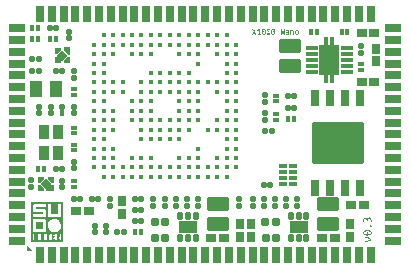
<source format=gts>
G04 Layer: TopSolderMaskLayer*
G04 EasyEDA v6.5.21, 2022-10-22 16:28:30*
G04 167bdced229c4b2ca01845534b4d4eab,294cf934c43b457281b0b0dcd80bbfec,10*
G04 Gerber Generator version 0.2*
G04 Scale: 100 percent, Rotated: No, Reflected: No *
G04 Dimensions in millimeters *
G04 leading zeros omitted , absolute positions ,4 integer and 5 decimal *
%FSLAX45Y45*%
%MOMM*%

%AMMACRO1*1,1,$1,$2,$3*1,1,$1,$4,$5*1,1,$1,0-$2,0-$3*1,1,$1,0-$4,0-$5*20,1,$1,$2,$3,$4,$5,0*20,1,$1,$4,$5,0-$2,0-$3,0*20,1,$1,0-$2,0-$3,0-$4,0-$5,0*20,1,$1,0-$4,0-$5,$2,$3,0*4,1,4,$2,$3,$4,$5,0-$2,0-$3,0-$4,0-$5,$2,$3,0*%
%AMMACRO2*4,1,5,-0.301,-0.2261,-0.301,-0.1041,0.0292,0.2261,0.301,0.2261,0.301,-0.2261,-0.301,-0.2261,0*%
%AMMACRO3*4,1,5,-0.2756,-0.2248,-0.2756,0.2248,0.2756,0.2248,0.2756,0.0546,-0.0038,-0.2248,-0.2756,-0.2248,0*%
%AMMACRO4*4,1,5,-0.2756,-0.2261,-0.2756,0.2261,-0.0038,0.2261,0.2756,-0.0533,0.2756,-0.2261,-0.2756,-0.2261,0*%
%AMMACRO5*4,1,5,0.0051,-0.2248,-0.2769,0.0546,-0.2769,0.2248,0.2769,0.2248,0.2769,-0.2248,0.0051,-0.2248,0*%
%AMMACRO6*4,1,5,0.1054,-0.301,-0.2248,0.0292,-0.2248,0.301,0.2248,0.301,0.2248,-0.301,0.1054,-0.301,0*%
%AMMACRO7*4,1,5,-0.2261,-0.2756,-0.2261,0.2756,-0.0533,0.2756,0.2261,-0.0038,0.2261,-0.2756,-0.2261,-0.2756,0*%
%AMMACRO8*4,1,5,-0.2248,-0.2756,-0.2248,-0.0038,0.0546,0.2756,0.2248,0.2756,0.2248,-0.2756,-0.2248,-0.2756,0*%
%AMMACRO9*4,1,5,-0.2261,-0.2756,-0.2261,0.2756,0.2261,0.2756,0.2261,0.0038,-0.0533,-0.2756,-0.2261,-0.2756,0*%
%AMMACRO10*4,1,20,-0.4394,-1.9507,-0.4394,-1.2497,-0.8763,-1.2497,-0.8763,1.2497,-0.4394,1.2497,-0.4394,1.9507,-0.0584,1.9507,-0.0584,1.2497,0.0584,1.2497,0.0584,1.9507,0.442,1.9507,0.442,1.2497,0.8763,1.2497,0.8763,-1.2497,0.442,-1.2497,0.442,-1.9507,0.0584,-1.9507,0.0584,-1.2497,-0.0584,-1.2497,-0.0584,-1.9507,-0.4394,-1.9507,0*%
%ADD10MACRO1,0.1016X0.4X-0.5X0.4X0.5*%
%ADD11MACRO1,0.1016X-0.4X-0.5X-0.4X0.5*%
%ADD12MACRO1,0.1016X-0.4X0.5X-0.4X-0.5*%
%ADD13MACRO1,0.1016X0.4X0.5X0.4X-0.5*%
%ADD14MACRO2*%
%ADD15MACRO3*%
%ADD16MACRO4*%
%ADD17MACRO5*%
%ADD18MACRO1,0.1016X0X-0.3535X-0.3535X0*%
%ADD19MACRO6*%
%ADD20MACRO7*%
%ADD21MACRO8*%
%ADD22MACRO9*%
%ADD23MACRO1,0.1016X0.3535X0X0X-0.3535*%
%ADD24MACRO1,0.1016X0.395X0.27X0.395X-0.27*%
%ADD25MACRO1,0.1016X-0.395X0.27X-0.395X-0.27*%
%ADD26MACRO1,0.1016X0.27X-0.395X-0.27X-0.395*%
%ADD27MACRO1,0.1016X0.27X0.395X-0.27X0.395*%
%ADD28MACRO1,0.1016X-0.395X-0.27X-0.395X0.27*%
%ADD29MACRO1,0.1016X0.395X-0.27X0.395X0.27*%
%ADD30MACRO1,0.1016X0.162X-0.1842X-0.162X-0.1842*%
%ADD31MACRO1,0.1016X0.162X0.1842X-0.162X0.1842*%
%ADD32MACRO1,0.1016X0.1842X0.162X0.1842X-0.162*%
%ADD33MACRO1,0.1016X-0.1842X0.162X-0.1842X-0.162*%
%ADD34MACRO1,0.1016X-0.1842X-0.162X-0.1842X0.162*%
%ADD35MACRO1,0.1016X0.1842X-0.162X0.1842X0.162*%
%ADD36MACRO1,0.1016X-0.1516X-0.162X-0.1516X0.162*%
%ADD37MACRO1,0.1016X0.1516X-0.162X0.1516X0.162*%
%ADD38MACRO1,0.1016X0.1516X0.162X0.1516X-0.162*%
%ADD39MACRO1,0.1016X-0.1516X0.162X-0.1516X-0.162*%
%ADD40MACRO1,0.1016X0.162X-0.1516X-0.162X-0.1516*%
%ADD41MACRO1,0.1016X0.162X0.1516X-0.162X0.1516*%
%ADD42MACRO1,0.1016X0.4625X-0.65X0.4625X0.65*%
%ADD43MACRO1,0.1016X-0.4625X-0.65X-0.4625X0.65*%
%ADD44MACRO1,0.1016X-0.162X0.1842X0.162X0.1842*%
%ADD45MACRO1,0.1016X-0.162X-0.1842X0.162X-0.1842*%
%ADD46MACRO1,0.1016X-0.1843X0.162X-0.1843X-0.162*%
%ADD47MACRO1,0.1016X-0.162X0.1516X0.162X0.1516*%
%ADD48MACRO1,0.1016X-0.162X-0.1516X0.162X-0.1516*%
%ADD49R,0.4256X0.4700*%
%ADD50MACRO1,0.1016X0.86X0.5X0.86X-0.5*%
%ADD51MACRO1,0.1016X-0.2828X-0.27X-0.2828X0.27*%
%ADD52MACRO1,0.1016X0.2828X-0.27X0.2828X0.27*%
%ADD53MACRO1,0.1016X0.2828X0.27X0.2828X-0.27*%
%ADD54MACRO1,0.1016X-0.2828X0.27X-0.2828X-0.27*%
%ADD55C,0.4401*%
%ADD56C,0.4400*%
%ADD57MACRO10*%
%ADD58MACRO1,0.1016X-0.425X-0.14X-0.425X0.14*%
%ADD59MACRO1,0.1016X0.425X0.14X0.425X-0.14*%
%ADD60MACRO1,0.1016X-0.175X0.25X0.175X0.25*%
%ADD61MACRO1,0.1016X-0.7249X0.4249X0.7249X0.4249*%
%ADD62MACRO1,0.1016X-0.2525X-0.15X0.2525X-0.15*%
%ADD63MACRO1,0.1016X0.2525X-0.15X-0.2525X-0.15*%
%ADD64MACRO1,0.1016X-0.3X0.6X0.3X0.6*%
%ADD65MACRO1,0.1016X-2.15X-1.7X-2.15X1.7*%
%ADD66MACRO1,0.1016X-0.6X-0.3X-0.6X0.3*%
%ADD67MACRO1,0.1016X0.3X-0.6X-0.3X-0.6*%
%ADD68C,0.0175*%

%LPD*%
G36*
X-399389Y-370687D02*
G01*
X-399389Y-501243D01*
X-383438Y-501243D01*
X-383438Y-471474D01*
X-299008Y-471474D01*
X-299008Y-457758D01*
X-383438Y-457758D01*
X-383438Y-397967D01*
X-372211Y-386740D01*
X-226009Y-386740D01*
X-226009Y-471474D01*
X-171246Y-471474D01*
X-171246Y-386740D01*
X-141579Y-386740D01*
X-141579Y-490016D01*
X-152755Y-501243D01*
X-245668Y-501243D01*
X-255676Y-491896D01*
X-255676Y-386740D01*
X-269341Y-386740D01*
X-269341Y-416509D01*
X-353771Y-416509D01*
X-353771Y-430225D01*
X-276453Y-430225D01*
X-269341Y-440435D01*
X-269341Y-490677D01*
X-279247Y-501243D01*
X-399389Y-501243D01*
X-399389Y-515010D01*
X-278485Y-515010D01*
X-269341Y-524154D01*
X-269341Y-566013D01*
X-256235Y-566013D01*
X-248767Y-543509D01*
X-234289Y-525881D01*
X-211175Y-514756D01*
X-180695Y-516686D01*
X-160629Y-528472D01*
X-148082Y-546608D01*
X-141528Y-568604D01*
X-146050Y-593394D01*
X-161188Y-614527D01*
X-185420Y-627227D01*
X-211175Y-627126D01*
X-221437Y-622503D01*
X-226009Y-620217D01*
X-230276Y-617626D01*
X-234238Y-614832D01*
X-237845Y-611733D01*
X-241147Y-608431D01*
X-244094Y-604774D01*
X-246786Y-600913D01*
X-253644Y-588010D01*
X-256235Y-566013D01*
X-269341Y-566013D01*
X-269341Y-617575D01*
X-278079Y-628396D01*
X-383438Y-629869D01*
X-383438Y-515010D01*
X-399389Y-515010D01*
X-399389Y-640994D01*
X-141579Y-640994D01*
X-141579Y-698246D01*
X-383438Y-698246D01*
X-383438Y-640994D01*
X-399389Y-640994D01*
X-399389Y-714298D01*
X-125577Y-714298D01*
X-125577Y-370687D01*
G37*
G36*
X-353771Y-542493D02*
G01*
X-353771Y-599744D01*
X-299008Y-599744D01*
X-299008Y-542493D01*
G37*
G36*
X-374294Y-645566D02*
G01*
X-374294Y-695960D01*
X-365150Y-695960D01*
X-365150Y-654761D01*
X-358343Y-654761D01*
X-358343Y-695960D01*
X-349199Y-695960D01*
X-349199Y-654761D01*
X-342341Y-654761D01*
X-342341Y-695960D01*
X-333248Y-695960D01*
X-333248Y-645566D01*
G37*
G36*
X-297484Y-645566D02*
G01*
X-306527Y-646023D01*
X-309626Y-646531D01*
X-311150Y-647090D01*
X-312674Y-648614D01*
X-312674Y-654761D01*
X-296722Y-654761D01*
X-296722Y-663651D01*
X-301294Y-666445D01*
X-301294Y-654761D01*
X-312674Y-654761D01*
X-312674Y-695960D01*
X-301294Y-695960D01*
X-301294Y-675335D01*
X-296722Y-675335D01*
X-296722Y-695960D01*
X-285292Y-695960D01*
X-285292Y-645566D01*
G37*
G36*
X-264769Y-645566D02*
G01*
X-264769Y-695960D01*
X-255676Y-695960D01*
X-255320Y-678789D01*
X-249580Y-694842D01*
X-239674Y-696315D01*
X-239674Y-694232D01*
X-240792Y-689610D01*
X-247091Y-670306D01*
X-241096Y-650748D01*
X-239217Y-645566D01*
X-248818Y-645566D01*
X-255270Y-660450D01*
X-255676Y-645566D01*
G37*
G36*
X-219151Y-645566D02*
G01*
X-219151Y-695960D01*
X-196342Y-695960D01*
X-196342Y-684530D01*
X-210007Y-684530D01*
X-210007Y-677773D01*
X-196342Y-670661D01*
X-196342Y-661619D01*
X-198780Y-661619D01*
X-201777Y-662330D01*
X-205587Y-664006D01*
X-210007Y-666343D01*
X-210007Y-654761D01*
X-196342Y-654761D01*
X-196342Y-645566D01*
G37*
G36*
X-175818Y-645566D02*
G01*
X-175818Y-654761D01*
X-159816Y-654761D01*
X-159816Y-663397D01*
X-166674Y-666038D01*
X-166674Y-654761D01*
X-175818Y-654761D01*
X-175818Y-695960D01*
X-166928Y-695960D01*
X-165506Y-674217D01*
X-158343Y-694842D01*
X-150012Y-695960D01*
X-148793Y-694994D01*
X-149555Y-691286D01*
X-155803Y-672693D01*
X-150672Y-667562D01*
X-150672Y-645566D01*
G37*
G36*
X2467051Y-502716D02*
G01*
X2463546Y-502970D01*
X2460396Y-503682D01*
X2457551Y-504850D01*
X2455113Y-506526D01*
X2453132Y-508609D01*
X2451506Y-510844D01*
X2450185Y-513181D01*
X2449271Y-515670D01*
X2448153Y-513638D01*
X2446782Y-511759D01*
X2443429Y-508558D01*
X2441498Y-507339D01*
X2439365Y-506476D01*
X2436926Y-505968D01*
X2434285Y-505764D01*
X2430576Y-506069D01*
X2427173Y-507034D01*
X2424226Y-508457D01*
X2421585Y-510590D01*
X2419502Y-513435D01*
X2417775Y-516940D01*
X2416810Y-521208D01*
X2416505Y-526338D01*
X2416606Y-529082D01*
X2417470Y-534162D01*
X2419146Y-538784D01*
X2420924Y-542340D01*
X2421839Y-543610D01*
X2428697Y-540054D01*
X2425903Y-534466D01*
X2424938Y-530860D01*
X2424633Y-526592D01*
X2424785Y-524357D01*
X2425192Y-522274D01*
X2425903Y-520293D01*
X2426919Y-518464D01*
X2428240Y-516940D01*
X2430018Y-515823D01*
X2432202Y-515162D01*
X2434793Y-514908D01*
X2438044Y-515315D01*
X2440635Y-516432D01*
X2442464Y-517906D01*
X2443937Y-519734D01*
X2445004Y-522071D01*
X2445715Y-524560D01*
X2446223Y-529640D01*
X2446223Y-532688D01*
X2453589Y-532688D01*
X2453640Y-528675D01*
X2453995Y-525221D01*
X2454656Y-521970D01*
X2455672Y-519023D01*
X2457196Y-516483D01*
X2459228Y-514451D01*
X2461768Y-512978D01*
X2464968Y-512216D01*
X2466797Y-512114D01*
X2469540Y-512368D01*
X2472080Y-513029D01*
X2474264Y-514146D01*
X2476195Y-515670D01*
X2477617Y-517906D01*
X2478684Y-520700D01*
X2479294Y-524103D01*
X2479446Y-530809D01*
X2478938Y-535533D01*
X2477871Y-539292D01*
X2476195Y-543102D01*
X2484069Y-544880D01*
X2485085Y-542340D01*
X2486355Y-538276D01*
X2487117Y-533196D01*
X2487625Y-527862D01*
X2487218Y-521766D01*
X2486101Y-516686D01*
X2484272Y-512318D01*
X2483104Y-510438D01*
X2480310Y-507390D01*
X2477008Y-505104D01*
X2473248Y-503580D01*
X2469184Y-502818D01*
G37*
G36*
X2479243Y-570788D02*
G01*
X2477516Y-570941D01*
X2475941Y-571347D01*
X2473147Y-573074D01*
X2472029Y-574192D01*
X2471216Y-575564D01*
X2470759Y-577138D01*
X2470607Y-578916D01*
X2470759Y-580644D01*
X2471216Y-582168D01*
X2472029Y-583539D01*
X2473147Y-584758D01*
X2474468Y-585774D01*
X2475941Y-586486D01*
X2477516Y-586892D01*
X2479243Y-587044D01*
X2480818Y-586892D01*
X2482342Y-586486D01*
X2483764Y-585774D01*
X2485085Y-584758D01*
X2486812Y-582168D01*
X2487218Y-580644D01*
X2487371Y-578916D01*
X2487218Y-577138D01*
X2486812Y-575564D01*
X2486050Y-574192D01*
X2485085Y-573074D01*
X2482342Y-571347D01*
X2480818Y-570941D01*
G37*
G36*
X2452065Y-611428D02*
G01*
X2436825Y-612902D01*
X2425649Y-617270D01*
X2421636Y-620522D01*
X2418791Y-624332D01*
X2417064Y-628751D01*
X2416505Y-633780D01*
X2424633Y-633780D01*
X2424734Y-632053D01*
X2425750Y-629005D01*
X2426665Y-627684D01*
X2429306Y-625398D01*
X2432761Y-623620D01*
X2436825Y-622300D01*
X2441397Y-621334D01*
X2452065Y-620826D01*
X2462733Y-621334D01*
X2467406Y-622300D01*
X2471369Y-623620D01*
X2474772Y-625398D01*
X2477465Y-627684D01*
X2478989Y-630478D01*
X2479497Y-633780D01*
X2478989Y-637286D01*
X2478328Y-638810D01*
X2477465Y-640130D01*
X2474772Y-642416D01*
X2471369Y-644194D01*
X2467406Y-645515D01*
X2462733Y-646480D01*
X2457500Y-646887D01*
X2449271Y-646988D01*
X2443937Y-646734D01*
X2439060Y-646074D01*
X2434742Y-644906D01*
X2430932Y-643382D01*
X2427884Y-641350D01*
X2426665Y-640130D01*
X2425750Y-638810D01*
X2424734Y-635609D01*
X2424633Y-633780D01*
X2416505Y-633780D01*
X2417064Y-638911D01*
X2418791Y-643432D01*
X2421636Y-647293D01*
X2425649Y-650544D01*
X2436825Y-654913D01*
X2452065Y-656386D01*
X2467305Y-654913D01*
X2478481Y-650544D01*
X2482494Y-647293D01*
X2485339Y-643432D01*
X2487066Y-638911D01*
X2487625Y-633780D01*
X2487066Y-628751D01*
X2485339Y-624332D01*
X2482494Y-620522D01*
X2478481Y-617270D01*
X2467305Y-612902D01*
G37*
G36*
X2450795Y-627430D02*
G01*
X2449423Y-627532D01*
X2446883Y-628446D01*
X2445715Y-629208D01*
X2444800Y-630174D01*
X2443784Y-632460D01*
X2443784Y-635101D01*
X2444800Y-637387D01*
X2445715Y-638352D01*
X2446883Y-639165D01*
X2449423Y-640029D01*
X2452268Y-640029D01*
X2454808Y-639165D01*
X2456738Y-637387D01*
X2457399Y-636320D01*
X2457907Y-633780D01*
X2457399Y-631240D01*
X2455875Y-629208D01*
X2453589Y-627888D01*
X2452268Y-627532D01*
G37*
G36*
X2435047Y-664768D02*
G01*
X2435047Y-674166D01*
X2445461Y-677214D01*
X2456129Y-681024D01*
X2468981Y-686104D01*
X2475433Y-688898D01*
X2471318Y-690880D01*
X2461412Y-694690D01*
X2448102Y-699312D01*
X2435047Y-703122D01*
X2435047Y-713028D01*
X2449220Y-708660D01*
X2462733Y-703630D01*
X2475179Y-698500D01*
X2486101Y-693216D01*
X2486101Y-685088D01*
X2475179Y-679754D01*
X2452674Y-670509D01*
G37*
G36*
X1574952Y1095705D02*
G01*
X1571244Y1095248D01*
X1567942Y1093978D01*
X1565148Y1091844D01*
X1562760Y1088847D01*
X1560880Y1085189D01*
X1559509Y1080770D01*
X1558696Y1075639D01*
X1558442Y1069797D01*
X1565300Y1069797D01*
X1565402Y1073708D01*
X1565808Y1077417D01*
X1566468Y1080922D01*
X1567332Y1083767D01*
X1568602Y1086256D01*
X1570380Y1088085D01*
X1572412Y1089406D01*
X1573631Y1089761D01*
X1576171Y1089761D01*
X1578356Y1088847D01*
X1580235Y1087221D01*
X1581759Y1085088D01*
X1582877Y1082395D01*
X1583639Y1079246D01*
X1584248Y1073708D01*
X1584248Y1065784D01*
X1583639Y1060196D01*
X1582877Y1056995D01*
X1581759Y1054354D01*
X1580235Y1052169D01*
X1578356Y1050594D01*
X1577289Y1050086D01*
X1574952Y1049731D01*
X1572412Y1050086D01*
X1570380Y1051255D01*
X1568602Y1053236D01*
X1567332Y1055573D01*
X1566468Y1058570D01*
X1565808Y1061923D01*
X1565300Y1069797D01*
X1558442Y1069797D01*
X1558696Y1063904D01*
X1559509Y1058722D01*
X1560880Y1054252D01*
X1562760Y1050493D01*
X1565148Y1047597D01*
X1567942Y1045514D01*
X1571244Y1044295D01*
X1574952Y1043889D01*
X1578559Y1044295D01*
X1581759Y1045514D01*
X1584502Y1047597D01*
X1586890Y1050493D01*
X1588770Y1054252D01*
X1590141Y1058722D01*
X1590954Y1063904D01*
X1591208Y1069797D01*
X1590954Y1075639D01*
X1590141Y1080770D01*
X1588770Y1085189D01*
X1586890Y1088847D01*
X1584502Y1091844D01*
X1581759Y1093978D01*
X1578559Y1095248D01*
G37*
G36*
X1614830Y1095705D02*
G01*
X1611122Y1095248D01*
X1607921Y1093978D01*
X1605178Y1091844D01*
X1602892Y1088847D01*
X1601012Y1085189D01*
X1599641Y1080770D01*
X1598828Y1075639D01*
X1598574Y1069797D01*
X1605178Y1069797D01*
X1605686Y1077417D01*
X1606296Y1080922D01*
X1607210Y1083767D01*
X1608632Y1086256D01*
X1610258Y1088085D01*
X1612290Y1089406D01*
X1613509Y1089761D01*
X1616151Y1089761D01*
X1618437Y1088847D01*
X1620266Y1087221D01*
X1621790Y1085088D01*
X1622907Y1082395D01*
X1623669Y1079246D01*
X1624177Y1075588D01*
X1624431Y1071778D01*
X1624431Y1067765D01*
X1623974Y1061923D01*
X1623364Y1058570D01*
X1622450Y1055573D01*
X1621028Y1053236D01*
X1619402Y1051255D01*
X1617370Y1050086D01*
X1614830Y1049731D01*
X1612290Y1050086D01*
X1610258Y1051255D01*
X1608632Y1053236D01*
X1607210Y1055573D01*
X1606296Y1058570D01*
X1605686Y1061923D01*
X1605178Y1069797D01*
X1598574Y1069797D01*
X1598828Y1063904D01*
X1599641Y1058722D01*
X1601012Y1054252D01*
X1602892Y1050493D01*
X1605178Y1047597D01*
X1607921Y1045514D01*
X1611122Y1044295D01*
X1614830Y1043889D01*
X1618538Y1044295D01*
X1621790Y1045514D01*
X1624634Y1047597D01*
X1627022Y1050493D01*
X1628800Y1054252D01*
X1630070Y1058722D01*
X1630832Y1063904D01*
X1631086Y1069797D01*
X1630832Y1075639D01*
X1630070Y1080770D01*
X1628800Y1085189D01*
X1627022Y1088847D01*
X1624634Y1091844D01*
X1621790Y1093978D01*
X1618538Y1095248D01*
G37*
G36*
X1654708Y1095705D02*
G01*
X1651101Y1095248D01*
X1647901Y1093978D01*
X1645157Y1091844D01*
X1642770Y1088847D01*
X1640890Y1085189D01*
X1639519Y1080770D01*
X1638706Y1075639D01*
X1638452Y1069797D01*
X1645310Y1069797D01*
X1645412Y1073708D01*
X1646021Y1079246D01*
X1646783Y1082395D01*
X1647901Y1085088D01*
X1649425Y1087221D01*
X1651304Y1088847D01*
X1653489Y1089761D01*
X1656029Y1089761D01*
X1658315Y1088847D01*
X1660245Y1087221D01*
X1661769Y1085088D01*
X1662887Y1082395D01*
X1663649Y1079246D01*
X1664207Y1073708D01*
X1664360Y1069797D01*
X1663852Y1061923D01*
X1663344Y1058570D01*
X1662328Y1055573D01*
X1661058Y1053236D01*
X1659280Y1051255D01*
X1657248Y1050086D01*
X1654708Y1049731D01*
X1652371Y1050086D01*
X1650390Y1051255D01*
X1648612Y1053236D01*
X1647342Y1055573D01*
X1646326Y1058570D01*
X1645818Y1061923D01*
X1645310Y1069797D01*
X1638452Y1069797D01*
X1638706Y1063904D01*
X1639519Y1058722D01*
X1640890Y1054252D01*
X1642770Y1050493D01*
X1645157Y1047597D01*
X1647901Y1045514D01*
X1651101Y1044295D01*
X1654708Y1043889D01*
X1658416Y1044295D01*
X1661718Y1045514D01*
X1664512Y1047597D01*
X1666900Y1050493D01*
X1668780Y1054252D01*
X1670151Y1058722D01*
X1670964Y1063904D01*
X1671218Y1069797D01*
X1670964Y1075639D01*
X1670151Y1080770D01*
X1668780Y1085189D01*
X1666900Y1088847D01*
X1664512Y1091844D01*
X1661718Y1093978D01*
X1658416Y1095248D01*
G37*
G36*
X1477670Y1094435D02*
G01*
X1490624Y1071067D01*
X1486662Y1064564D01*
X1483004Y1057859D01*
X1476908Y1044905D01*
X1484020Y1044905D01*
X1489100Y1056335D01*
X1491894Y1061770D01*
X1494688Y1066495D01*
X1497990Y1061161D01*
X1501698Y1053896D01*
X1505610Y1044905D01*
X1512722Y1044905D01*
X1509725Y1051712D01*
X1502765Y1065022D01*
X1499006Y1071321D01*
X1512214Y1094435D01*
X1505102Y1094435D01*
X1494688Y1075385D01*
X1485036Y1094435D01*
G37*
G36*
X1535836Y1094435D02*
G01*
X1532432Y1090980D01*
X1528724Y1088339D01*
X1524863Y1086053D01*
X1520850Y1084275D01*
X1522882Y1079195D01*
X1529892Y1082344D01*
X1534058Y1085291D01*
X1534058Y1050493D01*
X1523136Y1050493D01*
X1523136Y1044905D01*
X1549806Y1044905D01*
X1549806Y1050493D01*
X1540408Y1050493D01*
X1540408Y1094435D01*
G37*
G36*
X1719224Y1094435D02*
G01*
X1719224Y1044905D01*
X1725320Y1044905D01*
X1725320Y1084529D01*
X1729638Y1076147D01*
X1738528Y1057097D01*
X1743608Y1044905D01*
X1750466Y1044905D01*
X1750466Y1094435D01*
X1744370Y1094435D01*
X1744370Y1056335D01*
X1736242Y1075385D01*
X1731670Y1084021D01*
X1725828Y1094435D01*
G37*
G36*
X1774596Y1083005D02*
G01*
X1767738Y1082497D01*
X1765147Y1081938D01*
X1763420Y1081227D01*
X1764182Y1075893D01*
X1767992Y1076909D01*
X1774088Y1077417D01*
X1776425Y1077214D01*
X1778406Y1076655D01*
X1779981Y1075740D01*
X1781200Y1074623D01*
X1782013Y1073302D01*
X1782825Y1070102D01*
X1782978Y1066749D01*
X1779168Y1067308D01*
X1775358Y1067511D01*
X1769516Y1067003D01*
X1766824Y1066088D01*
X1764436Y1064971D01*
X1762404Y1063447D01*
X1760880Y1061415D01*
X1759712Y1058926D01*
X1759356Y1056081D01*
X1766214Y1056081D01*
X1766417Y1057656D01*
X1766976Y1058875D01*
X1769262Y1060907D01*
X1771548Y1061770D01*
X1776120Y1062177D01*
X1780793Y1061770D01*
X1782978Y1061161D01*
X1782978Y1050239D01*
X1779676Y1049731D01*
X1773326Y1049782D01*
X1770024Y1050442D01*
X1768754Y1051001D01*
X1767636Y1051864D01*
X1766824Y1053033D01*
X1766366Y1054404D01*
X1766214Y1056081D01*
X1759356Y1056081D01*
X1759712Y1052626D01*
X1760880Y1049985D01*
X1762404Y1047953D01*
X1764436Y1046429D01*
X1766824Y1045362D01*
X1769516Y1044651D01*
X1772361Y1044244D01*
X1777390Y1044143D01*
X1781302Y1044397D01*
X1789328Y1045667D01*
X1789277Y1070254D01*
X1788922Y1073200D01*
X1788210Y1075842D01*
X1787093Y1077976D01*
X1785315Y1079906D01*
X1783029Y1081430D01*
X1780133Y1082446D01*
X1776577Y1082954D01*
G37*
G36*
X1854860Y1083005D02*
G01*
X1851253Y1082598D01*
X1848002Y1081481D01*
X1845157Y1079906D01*
X1842668Y1077671D01*
X1840839Y1074877D01*
X1839366Y1071575D01*
X1838401Y1067765D01*
X1838096Y1063447D01*
X1844954Y1063447D01*
X1845106Y1066444D01*
X1845614Y1069086D01*
X1846376Y1071372D01*
X1847494Y1073353D01*
X1849018Y1075029D01*
X1850745Y1076198D01*
X1852675Y1076909D01*
X1854860Y1077163D01*
X1857044Y1076909D01*
X1858975Y1076198D01*
X1860702Y1075029D01*
X1862226Y1073353D01*
X1863343Y1071372D01*
X1864156Y1069086D01*
X1864614Y1066444D01*
X1864766Y1063447D01*
X1864614Y1060551D01*
X1864106Y1057910D01*
X1863343Y1055573D01*
X1862226Y1053541D01*
X1860702Y1051966D01*
X1858975Y1050848D01*
X1857044Y1050188D01*
X1854860Y1049985D01*
X1852675Y1050188D01*
X1850745Y1050848D01*
X1849018Y1051966D01*
X1847494Y1053541D01*
X1846376Y1055573D01*
X1845614Y1057910D01*
X1845106Y1060551D01*
X1844954Y1063447D01*
X1838096Y1063447D01*
X1838401Y1059332D01*
X1839366Y1055573D01*
X1840839Y1052271D01*
X1842668Y1049477D01*
X1845157Y1047191D01*
X1848002Y1045413D01*
X1851253Y1044448D01*
X1854860Y1044143D01*
X1858314Y1044448D01*
X1861464Y1045413D01*
X1864461Y1047191D01*
X1866798Y1049477D01*
X1868830Y1052271D01*
X1870354Y1055573D01*
X1871319Y1059332D01*
X1871624Y1063447D01*
X1871319Y1067765D01*
X1870354Y1071575D01*
X1868830Y1074877D01*
X1866798Y1077671D01*
X1864461Y1079906D01*
X1861464Y1081481D01*
X1858314Y1082598D01*
G37*
G36*
X1814474Y1082751D02*
G01*
X1807616Y1082497D01*
X1800504Y1080973D01*
X1800504Y1044905D01*
X1807108Y1044905D01*
X1807108Y1076401D01*
X1810664Y1076909D01*
X1816709Y1076756D01*
X1818386Y1076350D01*
X1819757Y1075436D01*
X1820925Y1074166D01*
X1821789Y1072388D01*
X1822450Y1070102D01*
X1822805Y1067155D01*
X1822856Y1044905D01*
X1829460Y1044905D01*
X1829460Y1066749D01*
X1829206Y1070660D01*
X1828495Y1073962D01*
X1827326Y1076756D01*
X1825650Y1078941D01*
X1823516Y1080617D01*
X1820925Y1081786D01*
X1817928Y1082497D01*
G37*
G36*
X1574952Y1075893D02*
G01*
X1573123Y1075486D01*
X1571650Y1074369D01*
X1570685Y1072540D01*
X1570380Y1070559D01*
X1570685Y1068628D01*
X1571650Y1067003D01*
X1573123Y1065834D01*
X1574952Y1065479D01*
X1576781Y1065834D01*
X1578254Y1067003D01*
X1579219Y1068628D01*
X1579524Y1070559D01*
X1579219Y1072540D01*
X1578254Y1074369D01*
X1576781Y1075486D01*
G37*
G36*
X1615084Y1075893D02*
G01*
X1613052Y1075486D01*
X1611528Y1074369D01*
X1610563Y1072540D01*
X1610258Y1070559D01*
X1610563Y1068628D01*
X1611528Y1067003D01*
X1613052Y1065834D01*
X1615084Y1065479D01*
X1616862Y1065834D01*
X1618132Y1067003D01*
X1619097Y1068628D01*
X1619402Y1070559D01*
X1619097Y1072540D01*
X1618132Y1074369D01*
X1616862Y1075486D01*
G37*
G36*
X1654962Y1075893D02*
G01*
X1653133Y1075486D01*
X1651660Y1074369D01*
X1650695Y1072540D01*
X1650390Y1070559D01*
X1650695Y1068628D01*
X1651660Y1067003D01*
X1653133Y1065834D01*
X1654962Y1065479D01*
X1656791Y1065834D01*
X1658264Y1067003D01*
X1659229Y1068628D01*
X1659534Y1070559D01*
X1659229Y1072540D01*
X1658264Y1074369D01*
X1656791Y1075486D01*
G37*
G36*
X-432663Y-740105D02*
G01*
X-432663Y-790041D01*
X-382676Y-790041D01*
G37*
D10*
G01*
X-285165Y219923D03*
D11*
G01*
X-285150Y39938D03*
D12*
G01*
X-165160Y39949D03*
D13*
G01*
X-165176Y219933D03*
D14*
G01*
X-232597Y-252536D03*
D15*
G01*
X-310067Y-182559D03*
D16*
G01*
X-310067Y-252536D03*
D17*
G01*
X-230184Y-182559D03*
D18*
G01*
X-270177Y-217576D03*
D19*
G01*
X-95183Y904814D03*
D20*
G01*
X-165160Y827344D03*
D21*
G01*
X-95183Y827344D03*
D22*
G01*
X-165160Y907354D03*
D23*
G01*
X-130152Y867420D03*
D24*
G01*
X2314491Y-400110D03*
D25*
G01*
X2423502Y-400110D03*
D24*
G01*
X1129581Y-675192D03*
D25*
G01*
X1238592Y-675192D03*
D26*
G01*
X2521397Y926934D03*
D27*
G01*
X2521397Y817923D03*
D28*
G01*
X2510878Y1057341D03*
D29*
G01*
X2401867Y1057341D03*
D26*
G01*
X2303973Y-555663D03*
D27*
G01*
X2303973Y-664674D03*
D24*
G01*
X-15450Y-452434D03*
D25*
G01*
X93560Y-452434D03*
D26*
G01*
X375000Y-367992D03*
D27*
G01*
X375000Y-477004D03*
D28*
G01*
X2510878Y640019D03*
D29*
G01*
X2401867Y640019D03*
D24*
G01*
X2064555Y-675192D03*
D25*
G01*
X2173566Y-675192D03*
D26*
G01*
X1469075Y-555663D03*
D27*
G01*
X1469075Y-664674D03*
D26*
G01*
X1368999Y-555663D03*
D27*
G01*
X1368999Y-664674D03*
D30*
G01*
X-325163Y434858D03*
D31*
G01*
X-325163Y380014D03*
D32*
G01*
X-238429Y1104935D03*
D33*
G01*
X-183586Y1104935D03*
D34*
G01*
X-132742Y-92562D03*
D35*
G01*
X-187586Y-92562D03*
D34*
G01*
X-332742Y737435D03*
D35*
G01*
X-387586Y737435D03*
D34*
G01*
X-332742Y837432D03*
D35*
G01*
X-387586Y837432D03*
D36*
G01*
X-336849Y1009937D03*
D37*
G01*
X-385160Y1009937D03*
D38*
G01*
X-232663Y1009934D03*
D39*
G01*
X-184353Y1009934D03*
D36*
G01*
X-286009Y-92562D03*
D37*
G01*
X-334319Y-92562D03*
D40*
G01*
X-32664Y256590D03*
D41*
G01*
X-32664Y208280D03*
D40*
G01*
X-32664Y114089D03*
D41*
G01*
X-32664Y65778D03*
D40*
G01*
X-32664Y581591D03*
D41*
G01*
X-32664Y533280D03*
D42*
G01*
X-353909Y584934D03*
D43*
G01*
X-181410Y584934D03*
D44*
G01*
X-76006Y1012515D03*
D45*
G01*
X-76006Y1067358D03*
D32*
G01*
X-187586Y737435D03*
D33*
G01*
X-132742Y737435D03*
D36*
G01*
X-336849Y1104935D03*
D37*
G01*
X-385160Y1104935D03*
D38*
G01*
X487337Y-630059D03*
D39*
G01*
X535647Y-630059D03*
D32*
G01*
X1586571Y224937D03*
D46*
G01*
X1641419Y224937D03*
D38*
G01*
X1782335Y327439D03*
D39*
G01*
X1830646Y327439D03*
D47*
G01*
X-32664Y-244218D03*
D48*
G01*
X-32664Y-195907D03*
D47*
G01*
X1681490Y480781D03*
D48*
G01*
X1681490Y529092D03*
D47*
G01*
X1681490Y325782D03*
D48*
G01*
X1681490Y374093D03*
D38*
G01*
X2234834Y1067437D03*
D39*
G01*
X2283145Y1067437D03*
D38*
G01*
X1974834Y1067437D03*
D39*
G01*
X2023145Y1067437D03*
D47*
G01*
X2393988Y745782D03*
D48*
G01*
X2393988Y794092D03*
D34*
G01*
X1628923Y-230070D03*
D35*
G01*
X1574079Y-230070D03*
D30*
G01*
X1669003Y-347644D03*
D31*
G01*
X1669003Y-402489D03*
D30*
G01*
X1586491Y377344D03*
D31*
G01*
X1586491Y322501D03*
D30*
G01*
X1763991Y-347654D03*
D31*
G01*
X1763991Y-402498D03*
D30*
G01*
X2393988Y947359D03*
D31*
G01*
X2393988Y892515D03*
D30*
G01*
X1478991Y-347654D03*
D31*
G01*
X1478991Y-402498D03*
D44*
G01*
X1573992Y-402498D03*
D45*
G01*
X1573992Y-347654D03*
D30*
G01*
X1858990Y-347654D03*
D31*
G01*
X1858990Y-402498D03*
D32*
G01*
X-35928Y-345061D03*
D33*
G01*
X18915Y-345061D03*
D30*
G01*
X1586491Y532343D03*
D31*
G01*
X1586491Y477499D03*
D44*
G01*
X269999Y-402422D03*
D45*
G01*
X269999Y-347578D03*
D44*
G01*
X-32664Y-87485D03*
D45*
G01*
X-32664Y-32641D03*
D44*
G01*
X-32664Y380014D03*
D45*
G01*
X-32664Y434858D03*
D30*
G01*
X-130164Y434858D03*
D49*
G01*
X-130159Y380024D03*
D44*
G01*
X-227662Y380014D03*
D45*
G01*
X-227662Y434858D03*
D30*
G01*
X142499Y-572576D03*
D31*
G01*
X142499Y-627420D03*
D32*
G01*
X484070Y-535061D03*
D33*
G01*
X538914Y-535061D03*
D44*
G01*
X237500Y-627420D03*
D45*
G01*
X237500Y-572576D03*
D30*
G01*
X-32664Y734857D03*
D31*
G01*
X-32664Y680013D03*
D34*
G01*
X173929Y-345069D03*
D35*
G01*
X119085Y-345069D03*
D32*
G01*
X335076Y-629998D03*
D33*
G01*
X389920Y-629998D03*
D30*
G01*
X1018992Y-347654D03*
D31*
G01*
X1018992Y-402498D03*
D34*
G01*
X538914Y-440075D03*
D35*
G01*
X484070Y-440075D03*
D44*
G01*
X1361490Y-402498D03*
D45*
G01*
X1361490Y-347654D03*
D44*
G01*
X923988Y-402490D03*
D45*
G01*
X923988Y-347647D03*
D30*
G01*
X828992Y-347654D03*
D31*
G01*
X828992Y-402498D03*
D44*
G01*
X733988Y-402490D03*
D45*
G01*
X733988Y-347647D03*
D30*
G01*
X638990Y-347647D03*
D31*
G01*
X638990Y-402490D03*
D50*
G01*
X1794004Y782130D03*
G01*
X1794004Y947724D03*
G01*
X1183993Y-557871D03*
G01*
X1183993Y-392277D03*
G01*
X2118992Y-557871D03*
G01*
X2118992Y-392277D03*
D51*
G01*
X1677287Y-677567D03*
D52*
G01*
X1590721Y-677567D03*
D53*
G01*
X1588220Y-542566D03*
D54*
G01*
X1674785Y-542566D03*
D53*
G01*
X655722Y-542566D03*
D54*
G01*
X742288Y-542566D03*
D51*
G01*
X742288Y-677567D03*
D52*
G01*
X655722Y-677567D03*
D55*
G01*
X1339001Y959906D03*
G01*
X1339001Y879922D03*
G01*
X1339001Y799912D03*
G01*
X1339001Y719927D03*
G01*
X1339001Y639917D03*
G01*
X1339001Y559907D03*
G01*
X1339001Y479922D03*
G01*
X1339001Y399912D03*
G01*
X1339001Y319928D03*
G01*
X1339001Y239918D03*
G01*
X1339001Y159908D03*
G01*
X1339001Y79923D03*
G01*
X1339001Y-86D03*
G01*
X1339001Y-80070D03*
G01*
X1258991Y1039916D03*
G01*
X1258991Y959906D03*
G01*
X1258991Y879922D03*
G01*
X1258991Y799912D03*
G01*
X1258991Y719927D03*
G01*
X1258991Y639917D03*
G01*
X1258991Y559907D03*
G01*
X1258991Y479922D03*
G01*
X1258991Y399912D03*
G01*
X1258991Y319928D03*
G01*
X1258991Y239918D03*
G01*
X1258991Y159908D03*
G01*
X1258991Y79923D03*
G01*
X1258991Y-86D03*
G01*
X1258991Y-80070D03*
G01*
X1258991Y-160080D03*
G01*
X1179007Y1039916D03*
G01*
X1179007Y959906D03*
G01*
X1179007Y879922D03*
G01*
X1179007Y639917D03*
G01*
X1179007Y559907D03*
G01*
X1179007Y319928D03*
G01*
X1179007Y239918D03*
G01*
X1179007Y-86D03*
G01*
X1179007Y-80070D03*
G01*
X1179007Y-160080D03*
G01*
X1098997Y1039916D03*
G01*
X1098997Y959906D03*
G01*
X1098997Y639917D03*
G01*
X1098997Y239918D03*
G01*
X1098997Y-80070D03*
G01*
X1098997Y-160080D03*
G01*
X1019012Y1039916D03*
G01*
X1019012Y959906D03*
G01*
X1019012Y879922D03*
G01*
X1019012Y799912D03*
G01*
X1019012Y639917D03*
G01*
X1019012Y559907D03*
G01*
X1019012Y479922D03*
G01*
X1019012Y399912D03*
G01*
X1019012Y319928D03*
G01*
X1019012Y79923D03*
G01*
X1019012Y-86D03*
G01*
X1019012Y-80070D03*
G01*
X1019012Y-160080D03*
G01*
X939002Y1039916D03*
G01*
X939002Y959906D03*
G01*
X939002Y879922D03*
G01*
X939002Y719927D03*
G01*
X939002Y639917D03*
G01*
X939002Y559907D03*
G01*
X939002Y479922D03*
G01*
X939002Y399912D03*
G01*
X939002Y319928D03*
G01*
X939002Y239918D03*
G01*
X939002Y-86D03*
G01*
X939002Y-80070D03*
G01*
X939002Y-160080D03*
G01*
X858992Y1039916D03*
G01*
X858992Y959906D03*
G01*
X858992Y879922D03*
G01*
X858992Y719927D03*
G01*
X858992Y639917D03*
G01*
X858992Y559907D03*
G01*
X858992Y479922D03*
G01*
X858992Y399912D03*
G01*
X858992Y319928D03*
G01*
X858992Y239918D03*
G01*
X858992Y159908D03*
G01*
X858992Y-86D03*
G01*
X858992Y-80070D03*
G01*
X858992Y-160080D03*
G01*
X779007Y1039916D03*
G01*
X779007Y959906D03*
G01*
X779007Y719927D03*
G01*
X779007Y639917D03*
G01*
X779007Y559907D03*
G01*
X779007Y319928D03*
G01*
X779007Y239918D03*
G01*
X779007Y159908D03*
G01*
X779007Y-80070D03*
G01*
X779007Y-160080D03*
G01*
X698997Y1039916D03*
G01*
X698997Y959906D03*
G01*
X698997Y719927D03*
G01*
X698997Y639917D03*
G01*
X698997Y559907D03*
G01*
X698997Y319928D03*
G01*
X698997Y239918D03*
G01*
X698997Y159908D03*
G01*
X698997Y-80070D03*
G01*
X698997Y-160080D03*
G01*
X619013Y1039916D03*
G01*
X619013Y959906D03*
G01*
X619013Y879922D03*
G01*
X619013Y719927D03*
G01*
X619013Y639917D03*
G01*
X619013Y559907D03*
G01*
X619013Y479922D03*
G01*
X619013Y399912D03*
G01*
X619013Y319928D03*
G01*
X619013Y239918D03*
G01*
X619013Y159908D03*
G01*
X619013Y-86D03*
G01*
X619013Y-80070D03*
G01*
X619013Y-160080D03*
G01*
X539003Y1039916D03*
G01*
X539003Y959906D03*
G01*
X539003Y879922D03*
G01*
X539003Y639917D03*
G01*
X539003Y559907D03*
G01*
X539003Y479922D03*
G01*
X539003Y399912D03*
G01*
X539003Y319928D03*
G01*
X539003Y239918D03*
G01*
X539003Y159908D03*
G01*
X539003Y-86D03*
G01*
X539003Y-80070D03*
G01*
X539003Y-160080D03*
G01*
X458993Y1039916D03*
G01*
X458993Y959906D03*
G01*
X458993Y879922D03*
G01*
X458993Y479922D03*
G01*
X458993Y399912D03*
G01*
X458993Y319928D03*
G01*
X458993Y-86D03*
G01*
X458993Y-80070D03*
G01*
X458993Y-160080D03*
G01*
X379008Y1039916D03*
G01*
X379008Y959906D03*
G01*
X379008Y639917D03*
G01*
X379008Y559907D03*
G01*
X379008Y-80070D03*
G01*
X379008Y-160080D03*
G01*
X298998Y1039916D03*
D56*
G01*
X298998Y959906D03*
D55*
G01*
X298998Y879922D03*
G01*
X298998Y639917D03*
G01*
X298998Y559907D03*
G01*
X298998Y399912D03*
G01*
X298998Y319928D03*
G01*
X298998Y239918D03*
G01*
X298998Y79923D03*
G01*
X298998Y-86D03*
G01*
X298998Y-80070D03*
G01*
X298998Y-160080D03*
G01*
X219014Y1039916D03*
G01*
X219014Y959906D03*
G01*
X219014Y879922D03*
G01*
X219014Y799912D03*
G01*
X219014Y719927D03*
G01*
X219014Y639917D03*
G01*
X219014Y559907D03*
G01*
X219014Y479922D03*
G01*
X219014Y399912D03*
G01*
X219014Y319928D03*
G01*
X219014Y239918D03*
G01*
X219014Y159908D03*
G01*
X219014Y79923D03*
G01*
X219014Y-86D03*
G01*
X219014Y-80070D03*
G01*
X219014Y-160080D03*
G01*
X139004Y959906D03*
G01*
X139004Y879922D03*
G01*
X139004Y799912D03*
G01*
X139004Y719927D03*
G01*
X139004Y639917D03*
G01*
X139004Y559907D03*
G01*
X139004Y479922D03*
G01*
X139004Y399912D03*
G01*
X139004Y319928D03*
G01*
X139004Y239918D03*
G01*
X139004Y159908D03*
G01*
X139004Y79923D03*
G01*
X139004Y-86D03*
G01*
X139004Y-80070D03*
D57*
G01*
X2128967Y830011D03*
D58*
G01*
X2276500Y929932D03*
G01*
X2276500Y879970D03*
G01*
X2276500Y829932D03*
G01*
X2276500Y779932D03*
G01*
X2276500Y729932D03*
G01*
X1981499Y729932D03*
G01*
X1981499Y779894D03*
D59*
G01*
X1981499Y829932D03*
G01*
X1981499Y879970D03*
G01*
X1981499Y929932D03*
D60*
G01*
X868994Y-677567D03*
G01*
X933993Y-677567D03*
G01*
X998992Y-677567D03*
G01*
X998992Y-492579D03*
G01*
X933993Y-492579D03*
G01*
X868994Y-492579D03*
D61*
G01*
X933993Y-585073D03*
D60*
G01*
X1803994Y-677567D03*
G01*
X1868992Y-677567D03*
G01*
X1933991Y-677567D03*
G01*
X1933991Y-492579D03*
G01*
X1868992Y-492579D03*
G01*
X1803994Y-492579D03*
D61*
G01*
X1868992Y-585073D03*
D34*
G01*
X1833913Y427438D03*
D35*
G01*
X1779069Y427438D03*
D32*
G01*
X1779069Y522437D03*
D33*
G01*
X1833913Y522437D03*
D62*
G01*
X1736242Y-220077D03*
G01*
X1736242Y-170077D03*
G01*
X1736242Y-120077D03*
G01*
X1736242Y-70077D03*
D63*
G01*
X1821743Y-220077D03*
G01*
X1821743Y-170077D03*
G01*
X1821743Y-120077D03*
G01*
X1821743Y-70077D03*
D30*
G01*
X-130164Y-192641D03*
D31*
G01*
X-130164Y-247484D03*
D44*
G01*
X-397662Y-244985D03*
D45*
G01*
X-397662Y-190141D03*
D64*
G01*
X2262489Y509922D03*
G01*
X2389489Y509925D03*
G01*
X2008489Y509922D03*
G01*
X2135489Y509922D03*
G01*
X2135489Y-250045D03*
G01*
X2262489Y-250045D03*
G01*
X2389489Y-250070D03*
G01*
X2008489Y-250070D03*
D65*
G01*
X2199002Y129964D03*
D32*
G01*
X484070Y-345076D03*
D33*
G01*
X538914Y-345076D03*
D64*
G01*
X-321005Y1219926D03*
D66*
G01*
X-511004Y1099926D03*
D64*
G01*
X-221005Y1219921D03*
G01*
X-121005Y1219916D03*
G01*
X-21005Y1219911D03*
G01*
X278993Y1219895D03*
G01*
X178993Y1219901D03*
G01*
X78993Y1219906D03*
G01*
X678992Y1219875D03*
G01*
X778992Y1219870D03*
G01*
X878992Y1219865D03*
G01*
X578992Y1219880D03*
G01*
X478983Y1219875D03*
G01*
X378993Y1219890D03*
G01*
X1578990Y1219829D03*
G01*
X1678990Y1219824D03*
G01*
X1778990Y1219819D03*
G01*
X2078989Y1219804D03*
G01*
X1978990Y1219809D03*
G01*
X1878990Y1219814D03*
G01*
X1379004Y1219931D03*
G01*
X1479006Y1219926D03*
G01*
X1279004Y1219946D03*
G01*
X1178991Y1219850D03*
G01*
X1078992Y1219855D03*
G01*
X978992Y1219860D03*
G01*
X2478989Y1219784D03*
G01*
X2378989Y1219789D03*
G01*
X2278989Y1219794D03*
G01*
X2178989Y1219799D03*
D66*
G01*
X-511004Y999947D03*
G01*
X-511004Y899942D03*
G01*
X-511004Y799937D03*
G01*
X-511004Y699932D03*
G01*
X-511004Y599927D03*
G01*
X-510994Y-200032D03*
G01*
X-510994Y-300037D03*
G01*
X-510994Y-43D03*
G01*
X-510994Y399950D03*
G01*
X-510994Y299946D03*
G01*
X-510994Y199971D03*
G01*
X-510994Y99966D03*
G01*
X-510994Y499958D03*
G01*
X-511002Y-100042D03*
G01*
X-511004Y-400121D03*
G01*
X-511004Y-500125D03*
G01*
X-511004Y-600130D03*
G01*
X-511004Y-700135D03*
D67*
G01*
X-321005Y-820079D03*
D64*
G01*
X2178989Y-820206D03*
G01*
X2278989Y-820211D03*
G01*
X2378989Y-820216D03*
G01*
X2478989Y-820221D03*
G01*
X978992Y-820145D03*
G01*
X1078992Y-820150D03*
G01*
X1178991Y-820155D03*
G01*
X1478991Y-820171D03*
G01*
X1378991Y-820165D03*
G01*
X1278991Y-820160D03*
G01*
X1878990Y-820191D03*
G01*
X2079012Y-820061D03*
G01*
X1979013Y-820066D03*
G01*
X1778990Y-820186D03*
G01*
X1678990Y-820181D03*
G01*
X1578990Y-820176D03*
G01*
X378993Y-820115D03*
G01*
X478993Y-820120D03*
G01*
X578992Y-820125D03*
G01*
X878992Y-820140D03*
G01*
X778992Y-820135D03*
G01*
X678992Y-820130D03*
G01*
X78993Y-820099D03*
G01*
X178993Y-820105D03*
G01*
X278993Y-820110D03*
G01*
X-21005Y-820094D03*
G01*
X-121005Y-820089D03*
G01*
X-221005Y-820084D03*
D66*
G01*
X2668998Y-700140D03*
G01*
X2668998Y-600135D03*
G01*
X2668998Y-500131D03*
G01*
X2668998Y-400126D03*
G01*
X2668998Y-300121D03*
G01*
X2668998Y-200116D03*
G01*
X2668998Y-100111D03*
G01*
X2668998Y-106D03*
G01*
X2668998Y99898D03*
G01*
X2668998Y199903D03*
G01*
X2668998Y299907D03*
G01*
X2668998Y399912D03*
G01*
X2668998Y499917D03*
G01*
X2668998Y599922D03*
G01*
X2668998Y699927D03*
G01*
X2668998Y799932D03*
G01*
X2668998Y899937D03*
G01*
X2668998Y999942D03*
G01*
X2668998Y1099947D03*
M02*

</source>
